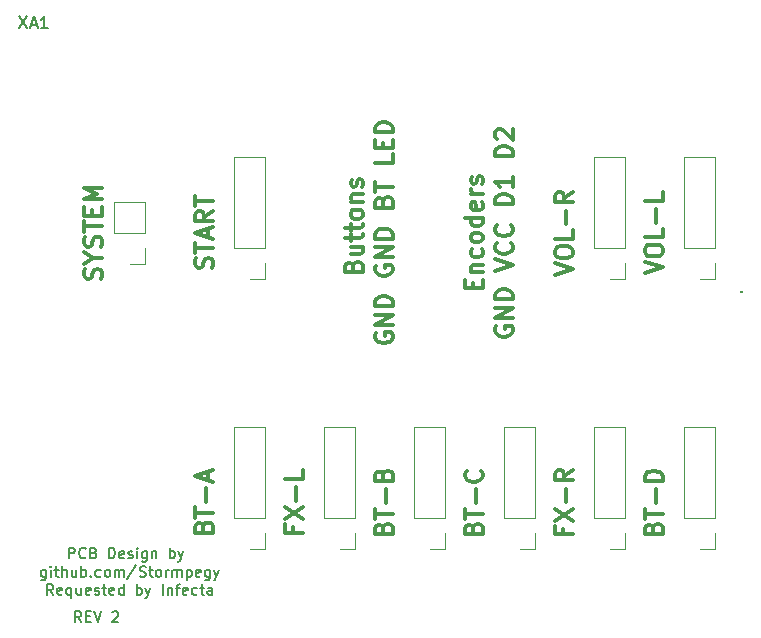
<source format=gto>
G04 #@! TF.FileFunction,Legend,Top*
%FSLAX46Y46*%
G04 Gerber Fmt 4.6, Leading zero omitted, Abs format (unit mm)*
G04 Created by KiCad (PCBNEW 4.0.7) date 05/06/19 16:36:02*
%MOMM*%
%LPD*%
G01*
G04 APERTURE LIST*
%ADD10C,0.100000*%
%ADD11C,0.200000*%
%ADD12C,0.300000*%
%ADD13C,0.120000*%
%ADD14C,0.150000*%
G04 APERTURE END LIST*
D10*
D11*
X153400285Y-98959143D02*
X153100285Y-98530571D01*
X152886000Y-98959143D02*
X152886000Y-98059143D01*
X153228857Y-98059143D01*
X153314571Y-98102000D01*
X153357428Y-98144857D01*
X153400285Y-98230571D01*
X153400285Y-98359143D01*
X153357428Y-98444857D01*
X153314571Y-98487714D01*
X153228857Y-98530571D01*
X152886000Y-98530571D01*
X153786000Y-98487714D02*
X154086000Y-98487714D01*
X154214571Y-98959143D02*
X153786000Y-98959143D01*
X153786000Y-98059143D01*
X154214571Y-98059143D01*
X154471714Y-98059143D02*
X154771714Y-98959143D01*
X155071714Y-98059143D01*
X156014572Y-98144857D02*
X156057429Y-98102000D01*
X156143143Y-98059143D01*
X156357429Y-98059143D01*
X156443143Y-98102000D01*
X156486000Y-98144857D01*
X156528857Y-98230571D01*
X156528857Y-98316286D01*
X156486000Y-98444857D01*
X155971714Y-98959143D01*
X156528857Y-98959143D01*
X152337144Y-93599143D02*
X152337144Y-92699143D01*
X152680001Y-92699143D01*
X152765715Y-92742000D01*
X152808572Y-92784857D01*
X152851429Y-92870571D01*
X152851429Y-92999143D01*
X152808572Y-93084857D01*
X152765715Y-93127714D01*
X152680001Y-93170571D01*
X152337144Y-93170571D01*
X153751429Y-93513429D02*
X153708572Y-93556286D01*
X153580001Y-93599143D01*
X153494287Y-93599143D01*
X153365715Y-93556286D01*
X153280001Y-93470571D01*
X153237144Y-93384857D01*
X153194287Y-93213429D01*
X153194287Y-93084857D01*
X153237144Y-92913429D01*
X153280001Y-92827714D01*
X153365715Y-92742000D01*
X153494287Y-92699143D01*
X153580001Y-92699143D01*
X153708572Y-92742000D01*
X153751429Y-92784857D01*
X154437144Y-93127714D02*
X154565715Y-93170571D01*
X154608572Y-93213429D01*
X154651429Y-93299143D01*
X154651429Y-93427714D01*
X154608572Y-93513429D01*
X154565715Y-93556286D01*
X154480001Y-93599143D01*
X154137144Y-93599143D01*
X154137144Y-92699143D01*
X154437144Y-92699143D01*
X154522858Y-92742000D01*
X154565715Y-92784857D01*
X154608572Y-92870571D01*
X154608572Y-92956286D01*
X154565715Y-93042000D01*
X154522858Y-93084857D01*
X154437144Y-93127714D01*
X154137144Y-93127714D01*
X155722858Y-93599143D02*
X155722858Y-92699143D01*
X155937143Y-92699143D01*
X156065715Y-92742000D01*
X156151429Y-92827714D01*
X156194286Y-92913429D01*
X156237143Y-93084857D01*
X156237143Y-93213429D01*
X156194286Y-93384857D01*
X156151429Y-93470571D01*
X156065715Y-93556286D01*
X155937143Y-93599143D01*
X155722858Y-93599143D01*
X156965715Y-93556286D02*
X156880001Y-93599143D01*
X156708572Y-93599143D01*
X156622858Y-93556286D01*
X156580001Y-93470571D01*
X156580001Y-93127714D01*
X156622858Y-93042000D01*
X156708572Y-92999143D01*
X156880001Y-92999143D01*
X156965715Y-93042000D01*
X157008572Y-93127714D01*
X157008572Y-93213429D01*
X156580001Y-93299143D01*
X157351430Y-93556286D02*
X157437144Y-93599143D01*
X157608572Y-93599143D01*
X157694287Y-93556286D01*
X157737144Y-93470571D01*
X157737144Y-93427714D01*
X157694287Y-93342000D01*
X157608572Y-93299143D01*
X157480001Y-93299143D01*
X157394287Y-93256286D01*
X157351430Y-93170571D01*
X157351430Y-93127714D01*
X157394287Y-93042000D01*
X157480001Y-92999143D01*
X157608572Y-92999143D01*
X157694287Y-93042000D01*
X158122858Y-93599143D02*
X158122858Y-92999143D01*
X158122858Y-92699143D02*
X158080001Y-92742000D01*
X158122858Y-92784857D01*
X158165715Y-92742000D01*
X158122858Y-92699143D01*
X158122858Y-92784857D01*
X158937143Y-92999143D02*
X158937143Y-93727714D01*
X158894286Y-93813429D01*
X158851429Y-93856286D01*
X158765714Y-93899143D01*
X158637143Y-93899143D01*
X158551429Y-93856286D01*
X158937143Y-93556286D02*
X158851429Y-93599143D01*
X158680000Y-93599143D01*
X158594286Y-93556286D01*
X158551429Y-93513429D01*
X158508572Y-93427714D01*
X158508572Y-93170571D01*
X158551429Y-93084857D01*
X158594286Y-93042000D01*
X158680000Y-92999143D01*
X158851429Y-92999143D01*
X158937143Y-93042000D01*
X159365715Y-92999143D02*
X159365715Y-93599143D01*
X159365715Y-93084857D02*
X159408572Y-93042000D01*
X159494286Y-92999143D01*
X159622858Y-92999143D01*
X159708572Y-93042000D01*
X159751429Y-93127714D01*
X159751429Y-93599143D01*
X160865715Y-93599143D02*
X160865715Y-92699143D01*
X160865715Y-93042000D02*
X160951429Y-92999143D01*
X161122858Y-92999143D01*
X161208572Y-93042000D01*
X161251429Y-93084857D01*
X161294286Y-93170571D01*
X161294286Y-93427714D01*
X161251429Y-93513429D01*
X161208572Y-93556286D01*
X161122858Y-93599143D01*
X160951429Y-93599143D01*
X160865715Y-93556286D01*
X161594286Y-92999143D02*
X161808572Y-93599143D01*
X162022858Y-92999143D02*
X161808572Y-93599143D01*
X161722858Y-93813429D01*
X161680001Y-93856286D01*
X161594286Y-93899143D01*
X150387142Y-94549143D02*
X150387142Y-95277714D01*
X150344285Y-95363429D01*
X150301428Y-95406286D01*
X150215713Y-95449143D01*
X150087142Y-95449143D01*
X150001428Y-95406286D01*
X150387142Y-95106286D02*
X150301428Y-95149143D01*
X150129999Y-95149143D01*
X150044285Y-95106286D01*
X150001428Y-95063429D01*
X149958571Y-94977714D01*
X149958571Y-94720571D01*
X150001428Y-94634857D01*
X150044285Y-94592000D01*
X150129999Y-94549143D01*
X150301428Y-94549143D01*
X150387142Y-94592000D01*
X150815714Y-95149143D02*
X150815714Y-94549143D01*
X150815714Y-94249143D02*
X150772857Y-94292000D01*
X150815714Y-94334857D01*
X150858571Y-94292000D01*
X150815714Y-94249143D01*
X150815714Y-94334857D01*
X151115713Y-94549143D02*
X151458570Y-94549143D01*
X151244285Y-94249143D02*
X151244285Y-95020571D01*
X151287142Y-95106286D01*
X151372856Y-95149143D01*
X151458570Y-95149143D01*
X151758571Y-95149143D02*
X151758571Y-94249143D01*
X152144285Y-95149143D02*
X152144285Y-94677714D01*
X152101428Y-94592000D01*
X152015714Y-94549143D01*
X151887142Y-94549143D01*
X151801428Y-94592000D01*
X151758571Y-94634857D01*
X152958571Y-94549143D02*
X152958571Y-95149143D01*
X152572857Y-94549143D02*
X152572857Y-95020571D01*
X152615714Y-95106286D01*
X152701428Y-95149143D01*
X152830000Y-95149143D01*
X152915714Y-95106286D01*
X152958571Y-95063429D01*
X153387143Y-95149143D02*
X153387143Y-94249143D01*
X153387143Y-94592000D02*
X153472857Y-94549143D01*
X153644286Y-94549143D01*
X153730000Y-94592000D01*
X153772857Y-94634857D01*
X153815714Y-94720571D01*
X153815714Y-94977714D01*
X153772857Y-95063429D01*
X153730000Y-95106286D01*
X153644286Y-95149143D01*
X153472857Y-95149143D01*
X153387143Y-95106286D01*
X154201429Y-95063429D02*
X154244286Y-95106286D01*
X154201429Y-95149143D01*
X154158572Y-95106286D01*
X154201429Y-95063429D01*
X154201429Y-95149143D01*
X155015714Y-95106286D02*
X154930000Y-95149143D01*
X154758571Y-95149143D01*
X154672857Y-95106286D01*
X154630000Y-95063429D01*
X154587143Y-94977714D01*
X154587143Y-94720571D01*
X154630000Y-94634857D01*
X154672857Y-94592000D01*
X154758571Y-94549143D01*
X154930000Y-94549143D01*
X155015714Y-94592000D01*
X155530000Y-95149143D02*
X155444286Y-95106286D01*
X155401429Y-95063429D01*
X155358572Y-94977714D01*
X155358572Y-94720571D01*
X155401429Y-94634857D01*
X155444286Y-94592000D01*
X155530000Y-94549143D01*
X155658572Y-94549143D01*
X155744286Y-94592000D01*
X155787143Y-94634857D01*
X155830000Y-94720571D01*
X155830000Y-94977714D01*
X155787143Y-95063429D01*
X155744286Y-95106286D01*
X155658572Y-95149143D01*
X155530000Y-95149143D01*
X156215715Y-95149143D02*
X156215715Y-94549143D01*
X156215715Y-94634857D02*
X156258572Y-94592000D01*
X156344286Y-94549143D01*
X156472858Y-94549143D01*
X156558572Y-94592000D01*
X156601429Y-94677714D01*
X156601429Y-95149143D01*
X156601429Y-94677714D02*
X156644286Y-94592000D01*
X156730000Y-94549143D01*
X156858572Y-94549143D01*
X156944286Y-94592000D01*
X156987143Y-94677714D01*
X156987143Y-95149143D01*
X158058572Y-94206286D02*
X157287143Y-95363429D01*
X158315715Y-95106286D02*
X158444286Y-95149143D01*
X158658572Y-95149143D01*
X158744286Y-95106286D01*
X158787143Y-95063429D01*
X158830000Y-94977714D01*
X158830000Y-94892000D01*
X158787143Y-94806286D01*
X158744286Y-94763429D01*
X158658572Y-94720571D01*
X158487143Y-94677714D01*
X158401429Y-94634857D01*
X158358572Y-94592000D01*
X158315715Y-94506286D01*
X158315715Y-94420571D01*
X158358572Y-94334857D01*
X158401429Y-94292000D01*
X158487143Y-94249143D01*
X158701429Y-94249143D01*
X158830000Y-94292000D01*
X159087143Y-94549143D02*
X159430000Y-94549143D01*
X159215715Y-94249143D02*
X159215715Y-95020571D01*
X159258572Y-95106286D01*
X159344286Y-95149143D01*
X159430000Y-95149143D01*
X159858572Y-95149143D02*
X159772858Y-95106286D01*
X159730001Y-95063429D01*
X159687144Y-94977714D01*
X159687144Y-94720571D01*
X159730001Y-94634857D01*
X159772858Y-94592000D01*
X159858572Y-94549143D01*
X159987144Y-94549143D01*
X160072858Y-94592000D01*
X160115715Y-94634857D01*
X160158572Y-94720571D01*
X160158572Y-94977714D01*
X160115715Y-95063429D01*
X160072858Y-95106286D01*
X159987144Y-95149143D01*
X159858572Y-95149143D01*
X160544287Y-95149143D02*
X160544287Y-94549143D01*
X160544287Y-94720571D02*
X160587144Y-94634857D01*
X160630001Y-94592000D01*
X160715715Y-94549143D01*
X160801430Y-94549143D01*
X161101430Y-95149143D02*
X161101430Y-94549143D01*
X161101430Y-94634857D02*
X161144287Y-94592000D01*
X161230001Y-94549143D01*
X161358573Y-94549143D01*
X161444287Y-94592000D01*
X161487144Y-94677714D01*
X161487144Y-95149143D01*
X161487144Y-94677714D02*
X161530001Y-94592000D01*
X161615715Y-94549143D01*
X161744287Y-94549143D01*
X161830001Y-94592000D01*
X161872858Y-94677714D01*
X161872858Y-95149143D01*
X162301430Y-94549143D02*
X162301430Y-95449143D01*
X162301430Y-94592000D02*
X162387144Y-94549143D01*
X162558573Y-94549143D01*
X162644287Y-94592000D01*
X162687144Y-94634857D01*
X162730001Y-94720571D01*
X162730001Y-94977714D01*
X162687144Y-95063429D01*
X162644287Y-95106286D01*
X162558573Y-95149143D01*
X162387144Y-95149143D01*
X162301430Y-95106286D01*
X163458573Y-95106286D02*
X163372859Y-95149143D01*
X163201430Y-95149143D01*
X163115716Y-95106286D01*
X163072859Y-95020571D01*
X163072859Y-94677714D01*
X163115716Y-94592000D01*
X163201430Y-94549143D01*
X163372859Y-94549143D01*
X163458573Y-94592000D01*
X163501430Y-94677714D01*
X163501430Y-94763429D01*
X163072859Y-94849143D01*
X164272859Y-94549143D02*
X164272859Y-95277714D01*
X164230002Y-95363429D01*
X164187145Y-95406286D01*
X164101430Y-95449143D01*
X163972859Y-95449143D01*
X163887145Y-95406286D01*
X164272859Y-95106286D02*
X164187145Y-95149143D01*
X164015716Y-95149143D01*
X163930002Y-95106286D01*
X163887145Y-95063429D01*
X163844288Y-94977714D01*
X163844288Y-94720571D01*
X163887145Y-94634857D01*
X163930002Y-94592000D01*
X164015716Y-94549143D01*
X164187145Y-94549143D01*
X164272859Y-94592000D01*
X164615716Y-94549143D02*
X164830002Y-95149143D01*
X165044288Y-94549143D02*
X164830002Y-95149143D01*
X164744288Y-95363429D01*
X164701431Y-95406286D01*
X164615716Y-95449143D01*
X151008570Y-96699143D02*
X150708570Y-96270571D01*
X150494285Y-96699143D02*
X150494285Y-95799143D01*
X150837142Y-95799143D01*
X150922856Y-95842000D01*
X150965713Y-95884857D01*
X151008570Y-95970571D01*
X151008570Y-96099143D01*
X150965713Y-96184857D01*
X150922856Y-96227714D01*
X150837142Y-96270571D01*
X150494285Y-96270571D01*
X151737142Y-96656286D02*
X151651428Y-96699143D01*
X151479999Y-96699143D01*
X151394285Y-96656286D01*
X151351428Y-96570571D01*
X151351428Y-96227714D01*
X151394285Y-96142000D01*
X151479999Y-96099143D01*
X151651428Y-96099143D01*
X151737142Y-96142000D01*
X151779999Y-96227714D01*
X151779999Y-96313429D01*
X151351428Y-96399143D01*
X152551428Y-96099143D02*
X152551428Y-96999143D01*
X152551428Y-96656286D02*
X152465714Y-96699143D01*
X152294285Y-96699143D01*
X152208571Y-96656286D01*
X152165714Y-96613429D01*
X152122857Y-96527714D01*
X152122857Y-96270571D01*
X152165714Y-96184857D01*
X152208571Y-96142000D01*
X152294285Y-96099143D01*
X152465714Y-96099143D01*
X152551428Y-96142000D01*
X153365714Y-96099143D02*
X153365714Y-96699143D01*
X152980000Y-96099143D02*
X152980000Y-96570571D01*
X153022857Y-96656286D01*
X153108571Y-96699143D01*
X153237143Y-96699143D01*
X153322857Y-96656286D01*
X153365714Y-96613429D01*
X154137143Y-96656286D02*
X154051429Y-96699143D01*
X153880000Y-96699143D01*
X153794286Y-96656286D01*
X153751429Y-96570571D01*
X153751429Y-96227714D01*
X153794286Y-96142000D01*
X153880000Y-96099143D01*
X154051429Y-96099143D01*
X154137143Y-96142000D01*
X154180000Y-96227714D01*
X154180000Y-96313429D01*
X153751429Y-96399143D01*
X154522858Y-96656286D02*
X154608572Y-96699143D01*
X154780000Y-96699143D01*
X154865715Y-96656286D01*
X154908572Y-96570571D01*
X154908572Y-96527714D01*
X154865715Y-96442000D01*
X154780000Y-96399143D01*
X154651429Y-96399143D01*
X154565715Y-96356286D01*
X154522858Y-96270571D01*
X154522858Y-96227714D01*
X154565715Y-96142000D01*
X154651429Y-96099143D01*
X154780000Y-96099143D01*
X154865715Y-96142000D01*
X155165714Y-96099143D02*
X155508571Y-96099143D01*
X155294286Y-95799143D02*
X155294286Y-96570571D01*
X155337143Y-96656286D01*
X155422857Y-96699143D01*
X155508571Y-96699143D01*
X156151429Y-96656286D02*
X156065715Y-96699143D01*
X155894286Y-96699143D01*
X155808572Y-96656286D01*
X155765715Y-96570571D01*
X155765715Y-96227714D01*
X155808572Y-96142000D01*
X155894286Y-96099143D01*
X156065715Y-96099143D01*
X156151429Y-96142000D01*
X156194286Y-96227714D01*
X156194286Y-96313429D01*
X155765715Y-96399143D01*
X156965715Y-96699143D02*
X156965715Y-95799143D01*
X156965715Y-96656286D02*
X156880001Y-96699143D01*
X156708572Y-96699143D01*
X156622858Y-96656286D01*
X156580001Y-96613429D01*
X156537144Y-96527714D01*
X156537144Y-96270571D01*
X156580001Y-96184857D01*
X156622858Y-96142000D01*
X156708572Y-96099143D01*
X156880001Y-96099143D01*
X156965715Y-96142000D01*
X158080001Y-96699143D02*
X158080001Y-95799143D01*
X158080001Y-96142000D02*
X158165715Y-96099143D01*
X158337144Y-96099143D01*
X158422858Y-96142000D01*
X158465715Y-96184857D01*
X158508572Y-96270571D01*
X158508572Y-96527714D01*
X158465715Y-96613429D01*
X158422858Y-96656286D01*
X158337144Y-96699143D01*
X158165715Y-96699143D01*
X158080001Y-96656286D01*
X158808572Y-96099143D02*
X159022858Y-96699143D01*
X159237144Y-96099143D02*
X159022858Y-96699143D01*
X158937144Y-96913429D01*
X158894287Y-96956286D01*
X158808572Y-96999143D01*
X160265715Y-96699143D02*
X160265715Y-95799143D01*
X160694286Y-96099143D02*
X160694286Y-96699143D01*
X160694286Y-96184857D02*
X160737143Y-96142000D01*
X160822857Y-96099143D01*
X160951429Y-96099143D01*
X161037143Y-96142000D01*
X161080000Y-96227714D01*
X161080000Y-96699143D01*
X161380000Y-96099143D02*
X161722857Y-96099143D01*
X161508572Y-96699143D02*
X161508572Y-95927714D01*
X161551429Y-95842000D01*
X161637143Y-95799143D01*
X161722857Y-95799143D01*
X162365715Y-96656286D02*
X162280001Y-96699143D01*
X162108572Y-96699143D01*
X162022858Y-96656286D01*
X161980001Y-96570571D01*
X161980001Y-96227714D01*
X162022858Y-96142000D01*
X162108572Y-96099143D01*
X162280001Y-96099143D01*
X162365715Y-96142000D01*
X162408572Y-96227714D01*
X162408572Y-96313429D01*
X161980001Y-96399143D01*
X163180001Y-96656286D02*
X163094287Y-96699143D01*
X162922858Y-96699143D01*
X162837144Y-96656286D01*
X162794287Y-96613429D01*
X162751430Y-96527714D01*
X162751430Y-96270571D01*
X162794287Y-96184857D01*
X162837144Y-96142000D01*
X162922858Y-96099143D01*
X163094287Y-96099143D01*
X163180001Y-96142000D01*
X163437144Y-96099143D02*
X163780001Y-96099143D01*
X163565716Y-95799143D02*
X163565716Y-96570571D01*
X163608573Y-96656286D01*
X163694287Y-96699143D01*
X163780001Y-96699143D01*
X164465716Y-96699143D02*
X164465716Y-96227714D01*
X164422859Y-96142000D01*
X164337145Y-96099143D01*
X164165716Y-96099143D01*
X164080002Y-96142000D01*
X164465716Y-96656286D02*
X164380002Y-96699143D01*
X164165716Y-96699143D01*
X164080002Y-96656286D01*
X164037145Y-96570571D01*
X164037145Y-96484857D01*
X164080002Y-96399143D01*
X164165716Y-96356286D01*
X164380002Y-96356286D01*
X164465716Y-96313429D01*
D12*
X186577857Y-70754285D02*
X186577857Y-70254285D01*
X187363571Y-70039999D02*
X187363571Y-70754285D01*
X185863571Y-70754285D01*
X185863571Y-70039999D01*
X186363571Y-69397142D02*
X187363571Y-69397142D01*
X186506429Y-69397142D02*
X186435000Y-69325714D01*
X186363571Y-69182856D01*
X186363571Y-68968571D01*
X186435000Y-68825714D01*
X186577857Y-68754285D01*
X187363571Y-68754285D01*
X187292143Y-67397142D02*
X187363571Y-67539999D01*
X187363571Y-67825713D01*
X187292143Y-67968571D01*
X187220714Y-68039999D01*
X187077857Y-68111428D01*
X186649286Y-68111428D01*
X186506429Y-68039999D01*
X186435000Y-67968571D01*
X186363571Y-67825713D01*
X186363571Y-67539999D01*
X186435000Y-67397142D01*
X187363571Y-66539999D02*
X187292143Y-66682857D01*
X187220714Y-66754285D01*
X187077857Y-66825714D01*
X186649286Y-66825714D01*
X186506429Y-66754285D01*
X186435000Y-66682857D01*
X186363571Y-66539999D01*
X186363571Y-66325714D01*
X186435000Y-66182857D01*
X186506429Y-66111428D01*
X186649286Y-66039999D01*
X187077857Y-66039999D01*
X187220714Y-66111428D01*
X187292143Y-66182857D01*
X187363571Y-66325714D01*
X187363571Y-66539999D01*
X187363571Y-64754285D02*
X185863571Y-64754285D01*
X187292143Y-64754285D02*
X187363571Y-64897142D01*
X187363571Y-65182856D01*
X187292143Y-65325714D01*
X187220714Y-65397142D01*
X187077857Y-65468571D01*
X186649286Y-65468571D01*
X186506429Y-65397142D01*
X186435000Y-65325714D01*
X186363571Y-65182856D01*
X186363571Y-64897142D01*
X186435000Y-64754285D01*
X187292143Y-63468571D02*
X187363571Y-63611428D01*
X187363571Y-63897142D01*
X187292143Y-64039999D01*
X187149286Y-64111428D01*
X186577857Y-64111428D01*
X186435000Y-64039999D01*
X186363571Y-63897142D01*
X186363571Y-63611428D01*
X186435000Y-63468571D01*
X186577857Y-63397142D01*
X186720714Y-63397142D01*
X186863571Y-64111428D01*
X187363571Y-62754285D02*
X186363571Y-62754285D01*
X186649286Y-62754285D02*
X186506429Y-62682857D01*
X186435000Y-62611428D01*
X186363571Y-62468571D01*
X186363571Y-62325714D01*
X187292143Y-61897143D02*
X187363571Y-61754286D01*
X187363571Y-61468571D01*
X187292143Y-61325714D01*
X187149286Y-61254286D01*
X187077857Y-61254286D01*
X186935000Y-61325714D01*
X186863571Y-61468571D01*
X186863571Y-61682857D01*
X186792143Y-61825714D01*
X186649286Y-61897143D01*
X186577857Y-61897143D01*
X186435000Y-61825714D01*
X186363571Y-61682857D01*
X186363571Y-61468571D01*
X186435000Y-61325714D01*
X188485000Y-73968571D02*
X188413571Y-74111428D01*
X188413571Y-74325714D01*
X188485000Y-74539999D01*
X188627857Y-74682857D01*
X188770714Y-74754285D01*
X189056429Y-74825714D01*
X189270714Y-74825714D01*
X189556429Y-74754285D01*
X189699286Y-74682857D01*
X189842143Y-74539999D01*
X189913571Y-74325714D01*
X189913571Y-74182857D01*
X189842143Y-73968571D01*
X189770714Y-73897142D01*
X189270714Y-73897142D01*
X189270714Y-74182857D01*
X189913571Y-73254285D02*
X188413571Y-73254285D01*
X189913571Y-72397142D01*
X188413571Y-72397142D01*
X189913571Y-71682856D02*
X188413571Y-71682856D01*
X188413571Y-71325713D01*
X188485000Y-71111428D01*
X188627857Y-70968570D01*
X188770714Y-70897142D01*
X189056429Y-70825713D01*
X189270714Y-70825713D01*
X189556429Y-70897142D01*
X189699286Y-70968570D01*
X189842143Y-71111428D01*
X189913571Y-71325713D01*
X189913571Y-71682856D01*
X188413571Y-69254285D02*
X189913571Y-68754285D01*
X188413571Y-68254285D01*
X189770714Y-66897142D02*
X189842143Y-66968571D01*
X189913571Y-67182857D01*
X189913571Y-67325714D01*
X189842143Y-67539999D01*
X189699286Y-67682857D01*
X189556429Y-67754285D01*
X189270714Y-67825714D01*
X189056429Y-67825714D01*
X188770714Y-67754285D01*
X188627857Y-67682857D01*
X188485000Y-67539999D01*
X188413571Y-67325714D01*
X188413571Y-67182857D01*
X188485000Y-66968571D01*
X188556429Y-66897142D01*
X189770714Y-65397142D02*
X189842143Y-65468571D01*
X189913571Y-65682857D01*
X189913571Y-65825714D01*
X189842143Y-66039999D01*
X189699286Y-66182857D01*
X189556429Y-66254285D01*
X189270714Y-66325714D01*
X189056429Y-66325714D01*
X188770714Y-66254285D01*
X188627857Y-66182857D01*
X188485000Y-66039999D01*
X188413571Y-65825714D01*
X188413571Y-65682857D01*
X188485000Y-65468571D01*
X188556429Y-65397142D01*
X189913571Y-63611428D02*
X188413571Y-63611428D01*
X188413571Y-63254285D01*
X188485000Y-63040000D01*
X188627857Y-62897142D01*
X188770714Y-62825714D01*
X189056429Y-62754285D01*
X189270714Y-62754285D01*
X189556429Y-62825714D01*
X189699286Y-62897142D01*
X189842143Y-63040000D01*
X189913571Y-63254285D01*
X189913571Y-63611428D01*
X189913571Y-61325714D02*
X189913571Y-62182857D01*
X189913571Y-61754285D02*
X188413571Y-61754285D01*
X188627857Y-61897142D01*
X188770714Y-62040000D01*
X188842143Y-62182857D01*
X189913571Y-59540000D02*
X188413571Y-59540000D01*
X188413571Y-59182857D01*
X188485000Y-58968572D01*
X188627857Y-58825714D01*
X188770714Y-58754286D01*
X189056429Y-58682857D01*
X189270714Y-58682857D01*
X189556429Y-58754286D01*
X189699286Y-58825714D01*
X189842143Y-58968572D01*
X189913571Y-59182857D01*
X189913571Y-59540000D01*
X188556429Y-58111429D02*
X188485000Y-58040000D01*
X188413571Y-57897143D01*
X188413571Y-57540000D01*
X188485000Y-57397143D01*
X188556429Y-57325714D01*
X188699286Y-57254286D01*
X188842143Y-57254286D01*
X189056429Y-57325714D01*
X189913571Y-58182857D01*
X189913571Y-57254286D01*
X176417857Y-68861429D02*
X176489286Y-68647143D01*
X176560714Y-68575715D01*
X176703571Y-68504286D01*
X176917857Y-68504286D01*
X177060714Y-68575715D01*
X177132143Y-68647143D01*
X177203571Y-68790001D01*
X177203571Y-69361429D01*
X175703571Y-69361429D01*
X175703571Y-68861429D01*
X175775000Y-68718572D01*
X175846429Y-68647143D01*
X175989286Y-68575715D01*
X176132143Y-68575715D01*
X176275000Y-68647143D01*
X176346429Y-68718572D01*
X176417857Y-68861429D01*
X176417857Y-69361429D01*
X176203571Y-67218572D02*
X177203571Y-67218572D01*
X176203571Y-67861429D02*
X176989286Y-67861429D01*
X177132143Y-67790001D01*
X177203571Y-67647143D01*
X177203571Y-67432858D01*
X177132143Y-67290001D01*
X177060714Y-67218572D01*
X176203571Y-66718572D02*
X176203571Y-66147143D01*
X175703571Y-66504286D02*
X176989286Y-66504286D01*
X177132143Y-66432858D01*
X177203571Y-66290000D01*
X177203571Y-66147143D01*
X176203571Y-65861429D02*
X176203571Y-65290000D01*
X175703571Y-65647143D02*
X176989286Y-65647143D01*
X177132143Y-65575715D01*
X177203571Y-65432857D01*
X177203571Y-65290000D01*
X177203571Y-64575714D02*
X177132143Y-64718572D01*
X177060714Y-64790000D01*
X176917857Y-64861429D01*
X176489286Y-64861429D01*
X176346429Y-64790000D01*
X176275000Y-64718572D01*
X176203571Y-64575714D01*
X176203571Y-64361429D01*
X176275000Y-64218572D01*
X176346429Y-64147143D01*
X176489286Y-64075714D01*
X176917857Y-64075714D01*
X177060714Y-64147143D01*
X177132143Y-64218572D01*
X177203571Y-64361429D01*
X177203571Y-64575714D01*
X176203571Y-63432857D02*
X177203571Y-63432857D01*
X176346429Y-63432857D02*
X176275000Y-63361429D01*
X176203571Y-63218571D01*
X176203571Y-63004286D01*
X176275000Y-62861429D01*
X176417857Y-62790000D01*
X177203571Y-62790000D01*
X177132143Y-62147143D02*
X177203571Y-62004286D01*
X177203571Y-61718571D01*
X177132143Y-61575714D01*
X176989286Y-61504286D01*
X176917857Y-61504286D01*
X176775000Y-61575714D01*
X176703571Y-61718571D01*
X176703571Y-61932857D01*
X176632143Y-62075714D01*
X176489286Y-62147143D01*
X176417857Y-62147143D01*
X176275000Y-62075714D01*
X176203571Y-61932857D01*
X176203571Y-61718571D01*
X176275000Y-61575714D01*
X178325000Y-74540000D02*
X178253571Y-74682857D01*
X178253571Y-74897143D01*
X178325000Y-75111428D01*
X178467857Y-75254286D01*
X178610714Y-75325714D01*
X178896429Y-75397143D01*
X179110714Y-75397143D01*
X179396429Y-75325714D01*
X179539286Y-75254286D01*
X179682143Y-75111428D01*
X179753571Y-74897143D01*
X179753571Y-74754286D01*
X179682143Y-74540000D01*
X179610714Y-74468571D01*
X179110714Y-74468571D01*
X179110714Y-74754286D01*
X179753571Y-73825714D02*
X178253571Y-73825714D01*
X179753571Y-72968571D01*
X178253571Y-72968571D01*
X179753571Y-72254285D02*
X178253571Y-72254285D01*
X178253571Y-71897142D01*
X178325000Y-71682857D01*
X178467857Y-71539999D01*
X178610714Y-71468571D01*
X178896429Y-71397142D01*
X179110714Y-71397142D01*
X179396429Y-71468571D01*
X179539286Y-71539999D01*
X179682143Y-71682857D01*
X179753571Y-71897142D01*
X179753571Y-72254285D01*
X178325000Y-68825714D02*
X178253571Y-68968571D01*
X178253571Y-69182857D01*
X178325000Y-69397142D01*
X178467857Y-69540000D01*
X178610714Y-69611428D01*
X178896429Y-69682857D01*
X179110714Y-69682857D01*
X179396429Y-69611428D01*
X179539286Y-69540000D01*
X179682143Y-69397142D01*
X179753571Y-69182857D01*
X179753571Y-69040000D01*
X179682143Y-68825714D01*
X179610714Y-68754285D01*
X179110714Y-68754285D01*
X179110714Y-69040000D01*
X179753571Y-68111428D02*
X178253571Y-68111428D01*
X179753571Y-67254285D01*
X178253571Y-67254285D01*
X179753571Y-66539999D02*
X178253571Y-66539999D01*
X178253571Y-66182856D01*
X178325000Y-65968571D01*
X178467857Y-65825713D01*
X178610714Y-65754285D01*
X178896429Y-65682856D01*
X179110714Y-65682856D01*
X179396429Y-65754285D01*
X179539286Y-65825713D01*
X179682143Y-65968571D01*
X179753571Y-66182856D01*
X179753571Y-66539999D01*
X178967857Y-63397142D02*
X179039286Y-63182856D01*
X179110714Y-63111428D01*
X179253571Y-63039999D01*
X179467857Y-63039999D01*
X179610714Y-63111428D01*
X179682143Y-63182856D01*
X179753571Y-63325714D01*
X179753571Y-63897142D01*
X178253571Y-63897142D01*
X178253571Y-63397142D01*
X178325000Y-63254285D01*
X178396429Y-63182856D01*
X178539286Y-63111428D01*
X178682143Y-63111428D01*
X178825000Y-63182856D01*
X178896429Y-63254285D01*
X178967857Y-63397142D01*
X178967857Y-63897142D01*
X178253571Y-62611428D02*
X178253571Y-61754285D01*
X179753571Y-62182856D02*
X178253571Y-62182856D01*
X179753571Y-59397142D02*
X179753571Y-60111428D01*
X178253571Y-60111428D01*
X178967857Y-58897142D02*
X178967857Y-58397142D01*
X179753571Y-58182856D02*
X179753571Y-58897142D01*
X178253571Y-58897142D01*
X178253571Y-58182856D01*
X179753571Y-57539999D02*
X178253571Y-57539999D01*
X178253571Y-57182856D01*
X178325000Y-56968571D01*
X178467857Y-56825713D01*
X178610714Y-56754285D01*
X178896429Y-56682856D01*
X179110714Y-56682856D01*
X179396429Y-56754285D01*
X179539286Y-56825713D01*
X179682143Y-56968571D01*
X179753571Y-57182856D01*
X179753571Y-57539999D01*
X155039143Y-69932857D02*
X155110571Y-69718571D01*
X155110571Y-69361428D01*
X155039143Y-69218571D01*
X154967714Y-69147142D01*
X154824857Y-69075714D01*
X154682000Y-69075714D01*
X154539143Y-69147142D01*
X154467714Y-69218571D01*
X154396286Y-69361428D01*
X154324857Y-69647142D01*
X154253429Y-69790000D01*
X154182000Y-69861428D01*
X154039143Y-69932857D01*
X153896286Y-69932857D01*
X153753429Y-69861428D01*
X153682000Y-69790000D01*
X153610571Y-69647142D01*
X153610571Y-69290000D01*
X153682000Y-69075714D01*
X154396286Y-68147143D02*
X155110571Y-68147143D01*
X153610571Y-68647143D02*
X154396286Y-68147143D01*
X153610571Y-67647143D01*
X155039143Y-67218572D02*
X155110571Y-67004286D01*
X155110571Y-66647143D01*
X155039143Y-66504286D01*
X154967714Y-66432857D01*
X154824857Y-66361429D01*
X154682000Y-66361429D01*
X154539143Y-66432857D01*
X154467714Y-66504286D01*
X154396286Y-66647143D01*
X154324857Y-66932857D01*
X154253429Y-67075715D01*
X154182000Y-67147143D01*
X154039143Y-67218572D01*
X153896286Y-67218572D01*
X153753429Y-67147143D01*
X153682000Y-67075715D01*
X153610571Y-66932857D01*
X153610571Y-66575715D01*
X153682000Y-66361429D01*
X153610571Y-65932858D02*
X153610571Y-65075715D01*
X155110571Y-65504286D02*
X153610571Y-65504286D01*
X154324857Y-64575715D02*
X154324857Y-64075715D01*
X155110571Y-63861429D02*
X155110571Y-64575715D01*
X153610571Y-64575715D01*
X153610571Y-63861429D01*
X155110571Y-63218572D02*
X153610571Y-63218572D01*
X154682000Y-62718572D01*
X153610571Y-62218572D01*
X155110571Y-62218572D01*
X201822857Y-91042857D02*
X201894286Y-90828571D01*
X201965714Y-90757143D01*
X202108571Y-90685714D01*
X202322857Y-90685714D01*
X202465714Y-90757143D01*
X202537143Y-90828571D01*
X202608571Y-90971429D01*
X202608571Y-91542857D01*
X201108571Y-91542857D01*
X201108571Y-91042857D01*
X201180000Y-90900000D01*
X201251429Y-90828571D01*
X201394286Y-90757143D01*
X201537143Y-90757143D01*
X201680000Y-90828571D01*
X201751429Y-90900000D01*
X201822857Y-91042857D01*
X201822857Y-91542857D01*
X201108571Y-90257143D02*
X201108571Y-89400000D01*
X202608571Y-89828571D02*
X201108571Y-89828571D01*
X202037143Y-88900000D02*
X202037143Y-87757143D01*
X202608571Y-87042857D02*
X201108571Y-87042857D01*
X201108571Y-86685714D01*
X201180000Y-86471429D01*
X201322857Y-86328571D01*
X201465714Y-86257143D01*
X201751429Y-86185714D01*
X201965714Y-86185714D01*
X202251429Y-86257143D01*
X202394286Y-86328571D01*
X202537143Y-86471429D01*
X202608571Y-86685714D01*
X202608571Y-87042857D01*
X194202857Y-91078571D02*
X194202857Y-91578571D01*
X194988571Y-91578571D02*
X193488571Y-91578571D01*
X193488571Y-90864285D01*
X193488571Y-90435714D02*
X194988571Y-89435714D01*
X193488571Y-89435714D02*
X194988571Y-90435714D01*
X194417143Y-88864286D02*
X194417143Y-87721429D01*
X194988571Y-86150000D02*
X194274286Y-86650000D01*
X194988571Y-87007143D02*
X193488571Y-87007143D01*
X193488571Y-86435715D01*
X193560000Y-86292857D01*
X193631429Y-86221429D01*
X193774286Y-86150000D01*
X193988571Y-86150000D01*
X194131429Y-86221429D01*
X194202857Y-86292857D01*
X194274286Y-86435715D01*
X194274286Y-87007143D01*
X186582857Y-91042857D02*
X186654286Y-90828571D01*
X186725714Y-90757143D01*
X186868571Y-90685714D01*
X187082857Y-90685714D01*
X187225714Y-90757143D01*
X187297143Y-90828571D01*
X187368571Y-90971429D01*
X187368571Y-91542857D01*
X185868571Y-91542857D01*
X185868571Y-91042857D01*
X185940000Y-90900000D01*
X186011429Y-90828571D01*
X186154286Y-90757143D01*
X186297143Y-90757143D01*
X186440000Y-90828571D01*
X186511429Y-90900000D01*
X186582857Y-91042857D01*
X186582857Y-91542857D01*
X185868571Y-90257143D02*
X185868571Y-89400000D01*
X187368571Y-89828571D02*
X185868571Y-89828571D01*
X186797143Y-88900000D02*
X186797143Y-87757143D01*
X187225714Y-86185714D02*
X187297143Y-86257143D01*
X187368571Y-86471429D01*
X187368571Y-86614286D01*
X187297143Y-86828571D01*
X187154286Y-86971429D01*
X187011429Y-87042857D01*
X186725714Y-87114286D01*
X186511429Y-87114286D01*
X186225714Y-87042857D01*
X186082857Y-86971429D01*
X185940000Y-86828571D01*
X185868571Y-86614286D01*
X185868571Y-86471429D01*
X185940000Y-86257143D01*
X186011429Y-86185714D01*
X178962857Y-91042857D02*
X179034286Y-90828571D01*
X179105714Y-90757143D01*
X179248571Y-90685714D01*
X179462857Y-90685714D01*
X179605714Y-90757143D01*
X179677143Y-90828571D01*
X179748571Y-90971429D01*
X179748571Y-91542857D01*
X178248571Y-91542857D01*
X178248571Y-91042857D01*
X178320000Y-90900000D01*
X178391429Y-90828571D01*
X178534286Y-90757143D01*
X178677143Y-90757143D01*
X178820000Y-90828571D01*
X178891429Y-90900000D01*
X178962857Y-91042857D01*
X178962857Y-91542857D01*
X178248571Y-90257143D02*
X178248571Y-89400000D01*
X179748571Y-89828571D02*
X178248571Y-89828571D01*
X179177143Y-88900000D02*
X179177143Y-87757143D01*
X178962857Y-86542857D02*
X179034286Y-86328571D01*
X179105714Y-86257143D01*
X179248571Y-86185714D01*
X179462857Y-86185714D01*
X179605714Y-86257143D01*
X179677143Y-86328571D01*
X179748571Y-86471429D01*
X179748571Y-87042857D01*
X178248571Y-87042857D01*
X178248571Y-86542857D01*
X178320000Y-86400000D01*
X178391429Y-86328571D01*
X178534286Y-86257143D01*
X178677143Y-86257143D01*
X178820000Y-86328571D01*
X178891429Y-86400000D01*
X178962857Y-86542857D01*
X178962857Y-87042857D01*
X171342857Y-90935714D02*
X171342857Y-91435714D01*
X172128571Y-91435714D02*
X170628571Y-91435714D01*
X170628571Y-90721428D01*
X170628571Y-90292857D02*
X172128571Y-89292857D01*
X170628571Y-89292857D02*
X172128571Y-90292857D01*
X171557143Y-88721429D02*
X171557143Y-87578572D01*
X172128571Y-86150000D02*
X172128571Y-86864286D01*
X170628571Y-86864286D01*
X163722857Y-90935714D02*
X163794286Y-90721428D01*
X163865714Y-90650000D01*
X164008571Y-90578571D01*
X164222857Y-90578571D01*
X164365714Y-90650000D01*
X164437143Y-90721428D01*
X164508571Y-90864286D01*
X164508571Y-91435714D01*
X163008571Y-91435714D01*
X163008571Y-90935714D01*
X163080000Y-90792857D01*
X163151429Y-90721428D01*
X163294286Y-90650000D01*
X163437143Y-90650000D01*
X163580000Y-90721428D01*
X163651429Y-90792857D01*
X163722857Y-90935714D01*
X163722857Y-91435714D01*
X163008571Y-90150000D02*
X163008571Y-89292857D01*
X164508571Y-89721428D02*
X163008571Y-89721428D01*
X163937143Y-88792857D02*
X163937143Y-87650000D01*
X164080000Y-87007143D02*
X164080000Y-86292857D01*
X164508571Y-87150000D02*
X163008571Y-86650000D01*
X164508571Y-86150000D01*
X164437143Y-69004285D02*
X164508571Y-68789999D01*
X164508571Y-68432856D01*
X164437143Y-68289999D01*
X164365714Y-68218570D01*
X164222857Y-68147142D01*
X164080000Y-68147142D01*
X163937143Y-68218570D01*
X163865714Y-68289999D01*
X163794286Y-68432856D01*
X163722857Y-68718570D01*
X163651429Y-68861428D01*
X163580000Y-68932856D01*
X163437143Y-69004285D01*
X163294286Y-69004285D01*
X163151429Y-68932856D01*
X163080000Y-68861428D01*
X163008571Y-68718570D01*
X163008571Y-68361428D01*
X163080000Y-68147142D01*
X163008571Y-67718571D02*
X163008571Y-66861428D01*
X164508571Y-67289999D02*
X163008571Y-67289999D01*
X164080000Y-66432857D02*
X164080000Y-65718571D01*
X164508571Y-66575714D02*
X163008571Y-66075714D01*
X164508571Y-65575714D01*
X164508571Y-64218571D02*
X163794286Y-64718571D01*
X164508571Y-65075714D02*
X163008571Y-65075714D01*
X163008571Y-64504286D01*
X163080000Y-64361428D01*
X163151429Y-64290000D01*
X163294286Y-64218571D01*
X163508571Y-64218571D01*
X163651429Y-64290000D01*
X163722857Y-64361428D01*
X163794286Y-64504286D01*
X163794286Y-65075714D01*
X163008571Y-63790000D02*
X163008571Y-62932857D01*
X164508571Y-63361428D02*
X163008571Y-63361428D01*
X201108571Y-69468572D02*
X202608571Y-68968572D01*
X201108571Y-68468572D01*
X201108571Y-67682858D02*
X201108571Y-67397144D01*
X201180000Y-67254286D01*
X201322857Y-67111429D01*
X201608571Y-67040001D01*
X202108571Y-67040001D01*
X202394286Y-67111429D01*
X202537143Y-67254286D01*
X202608571Y-67397144D01*
X202608571Y-67682858D01*
X202537143Y-67825715D01*
X202394286Y-67968572D01*
X202108571Y-68040001D01*
X201608571Y-68040001D01*
X201322857Y-67968572D01*
X201180000Y-67825715D01*
X201108571Y-67682858D01*
X202608571Y-65682857D02*
X202608571Y-66397143D01*
X201108571Y-66397143D01*
X202037143Y-65182857D02*
X202037143Y-64040000D01*
X202608571Y-62611428D02*
X202608571Y-63325714D01*
X201108571Y-63325714D01*
X193488571Y-69611429D02*
X194988571Y-69111429D01*
X193488571Y-68611429D01*
X193488571Y-67825715D02*
X193488571Y-67540001D01*
X193560000Y-67397143D01*
X193702857Y-67254286D01*
X193988571Y-67182858D01*
X194488571Y-67182858D01*
X194774286Y-67254286D01*
X194917143Y-67397143D01*
X194988571Y-67540001D01*
X194988571Y-67825715D01*
X194917143Y-67968572D01*
X194774286Y-68111429D01*
X194488571Y-68182858D01*
X193988571Y-68182858D01*
X193702857Y-68111429D01*
X193560000Y-67968572D01*
X193488571Y-67825715D01*
X194988571Y-65825714D02*
X194988571Y-66540000D01*
X193488571Y-66540000D01*
X194417143Y-65325714D02*
X194417143Y-64182857D01*
X194988571Y-62611428D02*
X194274286Y-63111428D01*
X194988571Y-63468571D02*
X193488571Y-63468571D01*
X193488571Y-62897143D01*
X193560000Y-62754285D01*
X193631429Y-62682857D01*
X193774286Y-62611428D01*
X193988571Y-62611428D01*
X194131429Y-62682857D01*
X194202857Y-62754285D01*
X194274286Y-62897143D01*
X194274286Y-63468571D01*
D13*
X158810000Y-63440000D02*
X156150000Y-63440000D01*
X158810000Y-66040000D02*
X158810000Y-63440000D01*
X156150000Y-66040000D02*
X156150000Y-63440000D01*
X158810000Y-66040000D02*
X156150000Y-66040000D01*
X158810000Y-67310000D02*
X158810000Y-68640000D01*
X158810000Y-68640000D02*
X157480000Y-68640000D01*
X207070000Y-82490000D02*
X204410000Y-82490000D01*
X207070000Y-90170000D02*
X207070000Y-82490000D01*
X204410000Y-90170000D02*
X204410000Y-82490000D01*
X207070000Y-90170000D02*
X204410000Y-90170000D01*
X207070000Y-91440000D02*
X207070000Y-92770000D01*
X207070000Y-92770000D02*
X205740000Y-92770000D01*
X207070000Y-59630000D02*
X204410000Y-59630000D01*
X207070000Y-67310000D02*
X207070000Y-59630000D01*
X204410000Y-67310000D02*
X204410000Y-59630000D01*
X207070000Y-67310000D02*
X204410000Y-67310000D01*
X207070000Y-68580000D02*
X207070000Y-69910000D01*
X207070000Y-69910000D02*
X205740000Y-69910000D01*
X199450000Y-59630000D02*
X196790000Y-59630000D01*
X199450000Y-67310000D02*
X199450000Y-59630000D01*
X196790000Y-67310000D02*
X196790000Y-59630000D01*
X199450000Y-67310000D02*
X196790000Y-67310000D01*
X199450000Y-68580000D02*
X199450000Y-69910000D01*
X199450000Y-69910000D02*
X198120000Y-69910000D01*
X168970000Y-59630000D02*
X166310000Y-59630000D01*
X168970000Y-67310000D02*
X168970000Y-59630000D01*
X166310000Y-67310000D02*
X166310000Y-59630000D01*
X168970000Y-67310000D02*
X166310000Y-67310000D01*
X168970000Y-68580000D02*
X168970000Y-69910000D01*
X168970000Y-69910000D02*
X167640000Y-69910000D01*
X168970000Y-82490000D02*
X166310000Y-82490000D01*
X168970000Y-90170000D02*
X168970000Y-82490000D01*
X166310000Y-90170000D02*
X166310000Y-82490000D01*
X168970000Y-90170000D02*
X166310000Y-90170000D01*
X168970000Y-91440000D02*
X168970000Y-92770000D01*
X168970000Y-92770000D02*
X167640000Y-92770000D01*
X176590000Y-82490000D02*
X173930000Y-82490000D01*
X176590000Y-90170000D02*
X176590000Y-82490000D01*
X173930000Y-90170000D02*
X173930000Y-82490000D01*
X176590000Y-90170000D02*
X173930000Y-90170000D01*
X176590000Y-91440000D02*
X176590000Y-92770000D01*
X176590000Y-92770000D02*
X175260000Y-92770000D01*
X184210000Y-82490000D02*
X181550000Y-82490000D01*
X184210000Y-90170000D02*
X184210000Y-82490000D01*
X181550000Y-90170000D02*
X181550000Y-82490000D01*
X184210000Y-90170000D02*
X181550000Y-90170000D01*
X184210000Y-91440000D02*
X184210000Y-92770000D01*
X184210000Y-92770000D02*
X182880000Y-92770000D01*
X191830000Y-82490000D02*
X189170000Y-82490000D01*
X191830000Y-90170000D02*
X191830000Y-82490000D01*
X189170000Y-90170000D02*
X189170000Y-82490000D01*
X191830000Y-90170000D02*
X189170000Y-90170000D01*
X191830000Y-91440000D02*
X191830000Y-92770000D01*
X191830000Y-92770000D02*
X190500000Y-92770000D01*
X199450000Y-82490000D02*
X196790000Y-82490000D01*
X199450000Y-90170000D02*
X199450000Y-82490000D01*
X196790000Y-90170000D02*
X196790000Y-82490000D01*
X199450000Y-90170000D02*
X196790000Y-90170000D01*
X199450000Y-91440000D02*
X199450000Y-92770000D01*
X199450000Y-92770000D02*
X198120000Y-92770000D01*
D14*
X148113905Y-47712381D02*
X148780572Y-48712381D01*
X148780572Y-47712381D02*
X148113905Y-48712381D01*
X149113905Y-48426667D02*
X149590096Y-48426667D01*
X149018667Y-48712381D02*
X149352000Y-47712381D01*
X149685334Y-48712381D01*
X150542477Y-48712381D02*
X149971048Y-48712381D01*
X150256762Y-48712381D02*
X150256762Y-47712381D01*
X150161524Y-47855238D01*
X150066286Y-47950476D01*
X149971048Y-47998095D01*
X209296000Y-70969143D02*
X209343619Y-71016762D01*
X209296000Y-71064381D01*
X209248381Y-71016762D01*
X209296000Y-70969143D01*
X209296000Y-71064381D01*
M02*

</source>
